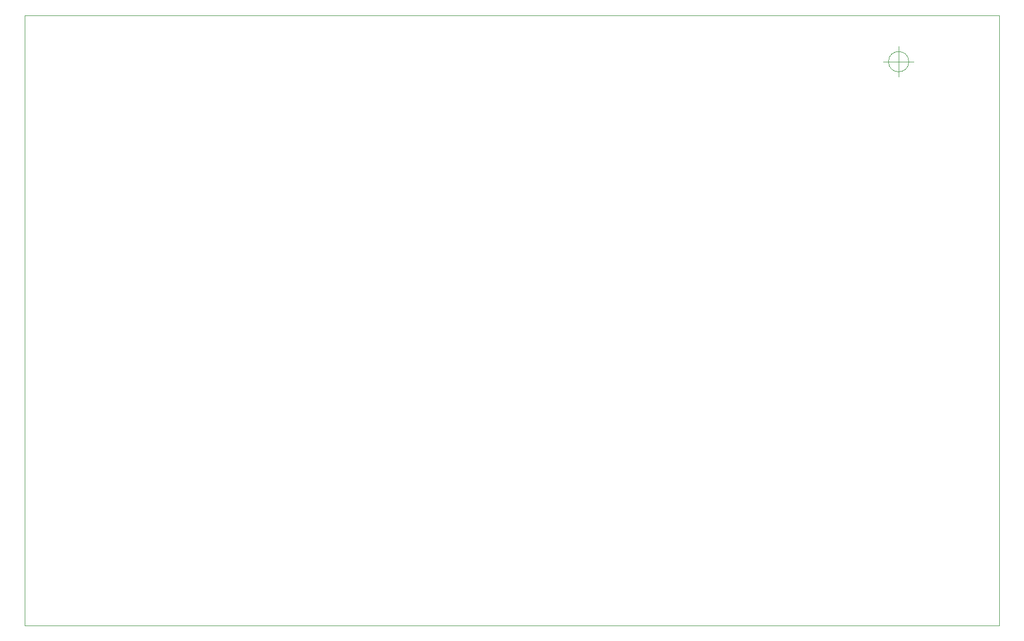
<source format=gbr>
G04 #@! TF.FileFunction,Profile,NP*
%FSLAX46Y46*%
G04 Gerber Fmt 4.6, Leading zero omitted, Abs format (unit mm)*
G04 Created by KiCad (PCBNEW 4.0.7-e2-6376~61~ubuntu18.04.1) date Thu Dec  6 17:38:53 2018*
%MOMM*%
%LPD*%
G01*
G04 APERTURE LIST*
%ADD10C,0.100000*%
G04 APERTURE END LIST*
D10*
X207406666Y-53340000D02*
G75*
G03X207406666Y-53340000I-1666666J0D01*
G01*
X203240000Y-53340000D02*
X208240000Y-53340000D01*
X205740000Y-50840000D02*
X205740000Y-55840000D01*
X222250000Y-45720000D02*
X222250000Y-146050000D01*
X62230000Y-146050000D02*
X62230000Y-45720000D01*
X222250000Y-146050000D02*
X62230000Y-146050000D01*
X62230000Y-45720000D02*
X222250000Y-45720000D01*
M02*

</source>
